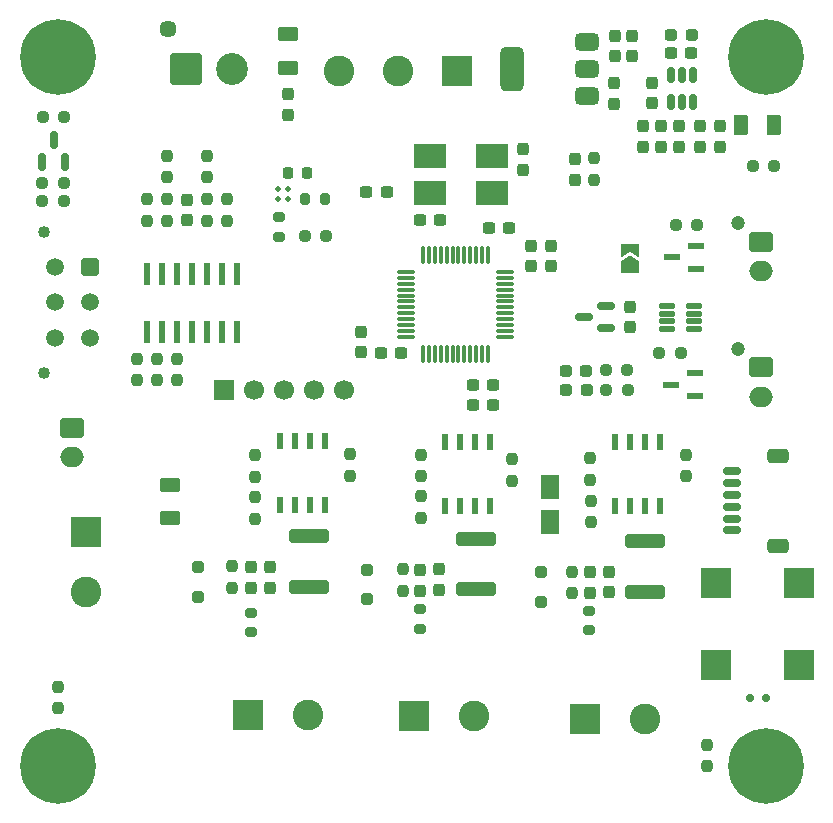
<source format=gts>
G04 #@! TF.GenerationSoftware,KiCad,Pcbnew,9.0.1*
G04 #@! TF.CreationDate,2025-05-09T16:55:27+02:00*
G04 #@! TF.ProjectId,SIGURD,53494755-5244-42e6-9b69-6361645f7063,rev?*
G04 #@! TF.SameCoordinates,Original*
G04 #@! TF.FileFunction,Soldermask,Top*
G04 #@! TF.FilePolarity,Negative*
%FSLAX46Y46*%
G04 Gerber Fmt 4.6, Leading zero omitted, Abs format (unit mm)*
G04 Created by KiCad (PCBNEW 9.0.1) date 2025-05-09 16:55:27*
%MOMM*%
%LPD*%
G01*
G04 APERTURE LIST*
G04 Aperture macros list*
%AMRoundRect*
0 Rectangle with rounded corners*
0 $1 Rounding radius*
0 $2 $3 $4 $5 $6 $7 $8 $9 X,Y pos of 4 corners*
0 Add a 4 corners polygon primitive as box body*
4,1,4,$2,$3,$4,$5,$6,$7,$8,$9,$2,$3,0*
0 Add four circle primitives for the rounded corners*
1,1,$1+$1,$2,$3*
1,1,$1+$1,$4,$5*
1,1,$1+$1,$6,$7*
1,1,$1+$1,$8,$9*
0 Add four rect primitives between the rounded corners*
20,1,$1+$1,$2,$3,$4,$5,0*
20,1,$1+$1,$4,$5,$6,$7,0*
20,1,$1+$1,$6,$7,$8,$9,0*
20,1,$1+$1,$8,$9,$2,$3,0*%
%AMFreePoly0*
4,1,6,1.000000,0.000000,0.500000,-0.750000,-0.500000,-0.750000,-0.500000,0.750000,0.500000,0.750000,1.000000,0.000000,1.000000,0.000000,$1*%
%AMFreePoly1*
4,1,6,0.500000,-0.750000,-0.650000,-0.750000,-0.150000,0.000000,-0.650000,0.750000,0.500000,0.750000,0.500000,-0.750000,0.500000,-0.750000,$1*%
G04 Aperture macros list end*
%ADD10RoundRect,0.237500X-0.237500X0.250000X-0.237500X-0.250000X0.237500X-0.250000X0.237500X0.250000X0*%
%ADD11RoundRect,0.237500X0.300000X0.237500X-0.300000X0.237500X-0.300000X-0.237500X0.300000X-0.237500X0*%
%ADD12RoundRect,0.237500X-0.237500X0.300000X-0.237500X-0.300000X0.237500X-0.300000X0.237500X0.300000X0*%
%ADD13C,1.200000*%
%ADD14RoundRect,0.250000X-0.750000X0.600000X-0.750000X-0.600000X0.750000X-0.600000X0.750000X0.600000X0*%
%ADD15O,2.000000X1.700000*%
%ADD16R,1.320800X0.558800*%
%ADD17RoundRect,0.237500X0.237500X-0.300000X0.237500X0.300000X-0.237500X0.300000X-0.237500X-0.300000X0*%
%ADD18RoundRect,0.075000X-0.075000X0.662500X-0.075000X-0.662500X0.075000X-0.662500X0.075000X0.662500X0*%
%ADD19RoundRect,0.075000X-0.662500X0.075000X-0.662500X-0.075000X0.662500X-0.075000X0.662500X0.075000X0*%
%ADD20RoundRect,0.237500X0.237500X-0.287500X0.237500X0.287500X-0.237500X0.287500X-0.237500X-0.287500X0*%
%ADD21RoundRect,0.112500X-0.112500X-0.112500X0.112500X-0.112500X0.112500X0.112500X-0.112500X0.112500X0*%
%ADD22RoundRect,0.200000X0.200000X0.275000X-0.200000X0.275000X-0.200000X-0.275000X0.200000X-0.275000X0*%
%ADD23R,2.600000X2.600000*%
%ADD24C,2.600000*%
%ADD25RoundRect,0.250000X0.375000X0.625000X-0.375000X0.625000X-0.375000X-0.625000X0.375000X-0.625000X0*%
%ADD26FreePoly0,90.000000*%
%ADD27FreePoly1,90.000000*%
%ADD28RoundRect,0.237500X-0.250000X-0.237500X0.250000X-0.237500X0.250000X0.237500X-0.250000X0.237500X0*%
%ADD29C,0.800000*%
%ADD30C,6.400000*%
%ADD31RoundRect,0.200000X-0.275000X0.200000X-0.275000X-0.200000X0.275000X-0.200000X0.275000X0.200000X0*%
%ADD32R,0.533400X1.460500*%
%ADD33RoundRect,0.150000X0.150000X0.200000X-0.150000X0.200000X-0.150000X-0.200000X0.150000X-0.200000X0*%
%ADD34RoundRect,0.375000X0.625000X0.375000X-0.625000X0.375000X-0.625000X-0.375000X0.625000X-0.375000X0*%
%ADD35RoundRect,0.500000X0.500000X1.400000X-0.500000X1.400000X-0.500000X-1.400000X0.500000X-1.400000X0*%
%ADD36RoundRect,0.237500X0.250000X0.237500X-0.250000X0.237500X-0.250000X-0.237500X0.250000X-0.237500X0*%
%ADD37RoundRect,0.237500X0.287500X0.237500X-0.287500X0.237500X-0.287500X-0.237500X0.287500X-0.237500X0*%
%ADD38RoundRect,0.250000X-0.625000X0.375000X-0.625000X-0.375000X0.625000X-0.375000X0.625000X0.375000X0*%
%ADD39RoundRect,0.237500X-0.237500X0.287500X-0.237500X-0.287500X0.237500X-0.287500X0.237500X0.287500X0*%
%ADD40C,1.020000*%
%ADD41RoundRect,0.250001X-0.499999X0.499999X-0.499999X-0.499999X0.499999X-0.499999X0.499999X0.499999X0*%
%ADD42C,1.500000*%
%ADD43RoundRect,0.250000X1.450000X-0.312500X1.450000X0.312500X-1.450000X0.312500X-1.450000X-0.312500X0*%
%ADD44RoundRect,0.250000X-0.250000X0.250000X-0.250000X-0.250000X0.250000X-0.250000X0.250000X0.250000X0*%
%ADD45RoundRect,0.150000X0.625000X-0.150000X0.625000X0.150000X-0.625000X0.150000X-0.625000X-0.150000X0*%
%ADD46RoundRect,0.250000X0.650000X-0.350000X0.650000X0.350000X-0.650000X0.350000X-0.650000X-0.350000X0*%
%ADD47RoundRect,0.237500X0.237500X-0.250000X0.237500X0.250000X-0.237500X0.250000X-0.237500X-0.250000X0*%
%ADD48RoundRect,0.200000X0.275000X-0.200000X0.275000X0.200000X-0.275000X0.200000X-0.275000X-0.200000X0*%
%ADD49R,2.500000X2.500000*%
%ADD50RoundRect,0.150000X0.150000X-0.512500X0.150000X0.512500X-0.150000X0.512500X-0.150000X-0.512500X0*%
%ADD51R,0.558800X1.981200*%
%ADD52R,1.500000X1.500000*%
%ADD53FreePoly0,270.000000*%
%ADD54C,1.450000*%
%ADD55RoundRect,0.250001X-1.099999X-1.099999X1.099999X-1.099999X1.099999X1.099999X-1.099999X1.099999X0*%
%ADD56C,2.700000*%
%ADD57RoundRect,0.150000X0.587500X0.150000X-0.587500X0.150000X-0.587500X-0.150000X0.587500X-0.150000X0*%
%ADD58RoundRect,0.218750X0.218750X0.256250X-0.218750X0.256250X-0.218750X-0.256250X0.218750X-0.256250X0*%
%ADD59R,1.700000X1.700000*%
%ADD60C,1.700000*%
%ADD61RoundRect,0.237500X-0.300000X-0.237500X0.300000X-0.237500X0.300000X0.237500X-0.300000X0.237500X0*%
%ADD62R,2.700000X2.100000*%
%ADD63RoundRect,0.125000X-0.537500X-0.125000X0.537500X-0.125000X0.537500X0.125000X-0.537500X0.125000X0*%
%ADD64RoundRect,0.150000X0.150000X-0.587500X0.150000X0.587500X-0.150000X0.587500X-0.150000X-0.587500X0*%
G04 APERTURE END LIST*
D10*
X87642518Y-87041501D03*
X87642518Y-88866501D03*
D11*
X102862501Y-86450000D03*
X101137499Y-86450000D03*
D12*
X122150000Y-73187500D03*
X122150000Y-74912500D03*
D13*
X132580767Y-89038751D03*
D14*
X134580767Y-90638751D03*
D15*
X134580767Y-93138751D03*
D16*
X129051767Y-92919752D03*
X129051767Y-91019750D03*
X127019767Y-91969751D03*
D10*
X128189517Y-108677501D03*
X128189517Y-110502501D03*
D17*
X100700000Y-99992501D03*
X100700000Y-98267499D03*
D18*
X111434517Y-91790001D03*
X110934517Y-91790001D03*
X110434517Y-91790001D03*
X109934516Y-91790001D03*
X109434517Y-91790001D03*
X108934517Y-91790001D03*
X108434517Y-91790001D03*
X107934517Y-91790001D03*
X107434518Y-91790001D03*
X106934517Y-91790001D03*
X106434517Y-91790001D03*
X105934517Y-91790001D03*
D19*
X104522017Y-93202501D03*
X104522017Y-93702501D03*
X104522017Y-94202501D03*
X104522017Y-94702502D03*
X104522017Y-95202501D03*
X104522017Y-95702501D03*
X104522017Y-96202501D03*
X104522017Y-96702501D03*
X104522017Y-97202500D03*
X104522017Y-97702501D03*
X104522017Y-98202501D03*
X104522017Y-98702501D03*
D18*
X105934517Y-100115001D03*
X106434517Y-100115001D03*
X106934517Y-100115001D03*
X107434518Y-100115001D03*
X107934517Y-100115001D03*
X108434517Y-100115001D03*
X108934517Y-100115001D03*
X109434517Y-100115001D03*
X109934516Y-100115001D03*
X110434517Y-100115001D03*
X110934517Y-100115001D03*
X111434517Y-100115001D03*
D19*
X112847017Y-98702501D03*
X112847017Y-98202501D03*
X112847017Y-97702501D03*
X112847017Y-97202500D03*
X112847017Y-96702501D03*
X112847017Y-96202501D03*
X112847017Y-95702501D03*
X112847017Y-95202501D03*
X112847017Y-94702502D03*
X112847017Y-94202501D03*
X112847017Y-93702501D03*
X112847017Y-93202501D03*
D20*
X91360483Y-119930000D03*
X91360483Y-118180000D03*
D21*
X93675000Y-86175000D03*
X94525000Y-86175000D03*
X94525000Y-87025000D03*
X93675000Y-87025000D03*
D22*
X97625000Y-87000000D03*
X95975000Y-87000000D03*
D23*
X91144517Y-130740001D03*
D24*
X96224517Y-130740001D03*
D25*
X135650000Y-80750000D03*
X132850000Y-80750000D03*
D11*
X128662500Y-74670098D03*
X126937500Y-74670098D03*
D26*
X123435767Y-92766251D03*
D27*
X123435767Y-91316251D03*
D28*
X121440000Y-103190000D03*
X123265000Y-103190000D03*
D23*
X105189517Y-130790001D03*
D24*
X110269517Y-130790001D03*
D29*
X72600000Y-135000000D03*
X73302944Y-133302944D03*
X73302944Y-136697056D03*
X75000000Y-132600000D03*
D30*
X75000000Y-135000000D03*
D29*
X75000000Y-137400000D03*
X76697056Y-133302944D03*
X76697056Y-136697056D03*
X77400000Y-135000000D03*
D31*
X105700000Y-121775000D03*
X105700000Y-123425000D03*
D29*
X132600000Y-75000000D03*
X133302944Y-73302944D03*
X133302944Y-76697056D03*
X135000000Y-72600000D03*
D30*
X135000000Y-75000000D03*
D29*
X135000000Y-77400000D03*
X136697056Y-73302944D03*
X136697056Y-76697056D03*
X137400000Y-75000000D03*
D32*
X111639517Y-107560851D03*
X110369517Y-107560851D03*
X109099517Y-107560851D03*
X107829517Y-107560851D03*
X107829517Y-113009151D03*
X109099517Y-113009151D03*
X110369517Y-113009151D03*
X111639517Y-113009151D03*
D10*
X81705613Y-100558315D03*
X81705613Y-102383315D03*
D23*
X77434517Y-115210001D03*
D24*
X77434517Y-120290001D03*
D33*
X133600000Y-129300000D03*
X135000000Y-129300000D03*
D14*
X76234517Y-106390001D03*
D15*
X76234517Y-108890001D03*
D10*
X120102017Y-108965001D03*
X120102017Y-110790001D03*
D34*
X119800000Y-78300000D03*
X119800000Y-76000000D03*
D35*
X113500000Y-76000000D03*
D34*
X119800000Y-73700000D03*
D36*
X129148267Y-89241251D03*
X127323267Y-89241251D03*
D12*
X122100000Y-77237500D03*
X122100000Y-78962500D03*
D37*
X119759998Y-101570000D03*
X118010000Y-101570000D03*
D38*
X84500000Y-111250000D03*
X84500000Y-114050000D03*
D12*
X126100000Y-80870098D03*
X126100000Y-82595098D03*
D39*
X121700000Y-118585001D03*
X121700000Y-120335001D03*
D17*
X115052017Y-92731290D03*
X115052017Y-91006288D03*
D20*
X94500000Y-79875000D03*
X94500000Y-78125000D03*
D40*
X73834517Y-89790001D03*
X73834517Y-101790001D03*
D41*
X77774517Y-92790001D03*
D42*
X77774517Y-95790001D03*
X77774517Y-98790001D03*
X74774517Y-92790001D03*
X74774517Y-95790001D03*
X74774517Y-98790001D03*
D43*
X110400000Y-120075000D03*
X110400000Y-115800000D03*
D44*
X115900000Y-118642501D03*
X115900000Y-121142501D03*
D45*
X132134517Y-115090001D03*
X132134517Y-114090001D03*
X132134517Y-113090001D03*
X132134517Y-112090001D03*
X132134517Y-111090001D03*
X132134517Y-110090001D03*
D46*
X136009517Y-116390001D03*
X136009517Y-108790001D03*
D39*
X107290000Y-118390001D03*
X107290000Y-120140001D03*
D12*
X123435767Y-96178751D03*
X123435767Y-97903751D03*
D28*
X133837500Y-84250000D03*
X135662500Y-84250000D03*
D17*
X125350000Y-78912500D03*
X125350000Y-77187500D03*
D23*
X119609517Y-131030001D03*
D24*
X124689517Y-131030001D03*
D31*
X120030000Y-121875000D03*
X120030000Y-123525000D03*
D47*
X89339574Y-88866501D03*
X89339574Y-87041501D03*
D48*
X93700000Y-90225000D03*
X93700000Y-88575000D03*
D38*
X94500000Y-73100000D03*
X94500000Y-75900000D03*
D49*
X130750000Y-126500000D03*
X137750000Y-126500000D03*
X137750000Y-119500000D03*
X130750000Y-119500000D03*
D12*
X85945462Y-87091500D03*
X85945462Y-88816502D03*
X114400000Y-82837499D03*
X114400000Y-84562501D03*
D37*
X128675000Y-73170098D03*
X126925000Y-73170098D03*
D12*
X127600000Y-80870098D03*
X127600000Y-82595098D03*
D11*
X111897018Y-104487058D03*
X110172016Y-104487058D03*
D10*
X84248405Y-87041501D03*
X84248405Y-88866501D03*
D47*
X118530000Y-120405000D03*
X118530000Y-118580000D03*
D10*
X84248405Y-83364546D03*
X84248405Y-85189546D03*
D36*
X75512500Y-85700000D03*
X73687500Y-85700000D03*
D28*
X73700000Y-87190001D03*
X75525000Y-87190001D03*
D43*
X96300000Y-119875000D03*
X96300000Y-115600000D03*
D37*
X119809516Y-103190001D03*
X118059518Y-103190001D03*
D10*
X120154517Y-112587500D03*
X120154517Y-114412500D03*
D13*
X132580767Y-99691251D03*
D14*
X134580767Y-101291251D03*
D15*
X134580767Y-103791251D03*
D10*
X87642518Y-83364546D03*
X87642518Y-85189546D03*
X113450000Y-109050000D03*
X113450000Y-110875000D03*
D29*
X72600000Y-75000000D03*
X73302944Y-73302944D03*
X73302944Y-76697056D03*
X75000000Y-72600000D03*
D30*
X75000000Y-75000000D03*
D29*
X75000000Y-77400000D03*
X76697056Y-73302944D03*
X76697056Y-76697056D03*
X77400000Y-75000000D03*
D50*
X126900000Y-78775000D03*
X127850000Y-78775000D03*
X128800000Y-78775000D03*
X128800000Y-76500000D03*
X127850000Y-76500000D03*
X126900000Y-76500000D03*
D12*
X124600000Y-80870098D03*
X124600000Y-82595098D03*
D39*
X118800000Y-83650000D03*
X118800000Y-85400000D03*
D20*
X120070000Y-120360000D03*
X120070000Y-118610000D03*
D51*
X90182518Y-93399147D03*
X88912518Y-93399147D03*
X87642518Y-93399147D03*
X86372518Y-93399147D03*
X85102518Y-93399147D03*
X83832518Y-93399147D03*
X82562518Y-93399147D03*
X82562518Y-98326747D03*
X83832518Y-98326747D03*
X85102518Y-98326747D03*
X86372518Y-98326747D03*
X87642518Y-98326747D03*
X88912518Y-98326747D03*
X90182518Y-98326747D03*
D10*
X91724517Y-112287500D03*
X91724517Y-114112500D03*
D52*
X116700000Y-111700000D03*
X116700000Y-114100000D03*
D53*
X116700000Y-110900000D03*
D26*
X116700000Y-114900000D03*
D39*
X93010483Y-118225000D03*
X93010483Y-119975000D03*
D11*
X111897018Y-102790001D03*
X110172016Y-102790001D03*
D20*
X129350000Y-82607598D03*
X129350000Y-80857598D03*
D54*
X84342500Y-72650000D03*
D55*
X85842500Y-76050000D03*
D56*
X89802500Y-76050000D03*
D47*
X104234517Y-120197501D03*
X104234517Y-118372501D03*
D31*
X91400000Y-122075000D03*
X91400000Y-123725000D03*
D32*
X125964517Y-107585001D03*
X124694517Y-107585001D03*
X123424517Y-107585001D03*
X122154517Y-107585001D03*
X122154517Y-113033301D03*
X123424517Y-113033301D03*
X124694517Y-113033301D03*
X125964517Y-113033301D03*
D11*
X107362501Y-88800000D03*
X105637499Y-88800000D03*
D57*
X121435767Y-97991251D03*
X121435767Y-96091251D03*
X119560767Y-97041251D03*
D20*
X105700000Y-120200000D03*
X105700000Y-118450000D03*
D32*
X97594517Y-107515851D03*
X96324517Y-107515851D03*
X95054517Y-107515851D03*
X93784517Y-107515851D03*
X93784517Y-112964151D03*
X95054517Y-112964151D03*
X96324517Y-112964151D03*
X97594517Y-112964151D03*
D10*
X129950000Y-133237500D03*
X129950000Y-135062500D03*
D28*
X125922017Y-100090001D03*
X127747017Y-100090001D03*
D10*
X105769517Y-108677501D03*
X105769517Y-110502501D03*
D44*
X101200000Y-118430001D03*
X101200000Y-120930001D03*
D10*
X99724517Y-108632501D03*
X99724517Y-110457501D03*
X75000000Y-128325000D03*
X75000000Y-130150000D03*
D47*
X82551349Y-88866501D03*
X82551349Y-87041501D03*
D58*
X96100000Y-84800000D03*
X94525000Y-84800000D03*
D59*
X89085000Y-103200000D03*
D60*
X91625000Y-103200000D03*
X94165000Y-103200000D03*
X96705000Y-103200000D03*
X99245000Y-103200000D03*
D17*
X116749073Y-92731290D03*
X116749073Y-91006288D03*
D44*
X86900000Y-118200000D03*
X86900000Y-120700000D03*
D61*
X111502507Y-89450654D03*
X113227509Y-89450654D03*
D62*
X111800000Y-83400000D03*
X106500002Y-83400000D03*
X106500002Y-86500000D03*
X111800000Y-86500000D03*
D36*
X97762500Y-90200000D03*
X95937500Y-90200000D03*
D23*
X108800000Y-76200000D03*
D24*
X103800000Y-76200000D03*
X98800000Y-76200000D03*
D10*
X105800000Y-112187500D03*
X105800000Y-114012500D03*
D47*
X89800000Y-119967500D03*
X89800000Y-118142500D03*
D29*
X132600000Y-135000000D03*
X133302944Y-133302944D03*
X133302944Y-136697056D03*
X135000000Y-132600000D03*
D30*
X135000000Y-135000000D03*
D29*
X135000000Y-137400000D03*
X136697056Y-133302944D03*
X136697056Y-136697056D03*
X137400000Y-135000000D03*
D63*
X126598267Y-96091251D03*
X126598267Y-96741251D03*
X126598267Y-97391251D03*
X126598267Y-98041251D03*
X128873267Y-98041251D03*
X128873267Y-97391251D03*
X128873267Y-96741251D03*
X128873267Y-96091251D03*
D43*
X124700000Y-120300000D03*
X124700000Y-116025000D03*
D28*
X121409517Y-101530000D03*
X123234517Y-101530000D03*
D17*
X131100000Y-82595098D03*
X131100000Y-80870098D03*
D10*
X120400000Y-83587500D03*
X120400000Y-85412500D03*
D12*
X123650000Y-73187500D03*
X123650000Y-74912500D03*
D36*
X75562500Y-80050000D03*
X73737500Y-80050000D03*
D16*
X129001767Y-103691253D03*
X129001767Y-101791251D03*
X126969767Y-102741252D03*
D47*
X83402670Y-102383315D03*
X83402670Y-100558315D03*
X91724517Y-110545001D03*
X91724517Y-108720001D03*
D10*
X85099726Y-100558315D03*
X85099726Y-102383315D03*
D64*
X73700000Y-83937500D03*
X75600000Y-83937500D03*
X74650000Y-82062500D03*
D11*
X104062501Y-100050000D03*
X102337499Y-100050000D03*
M02*

</source>
